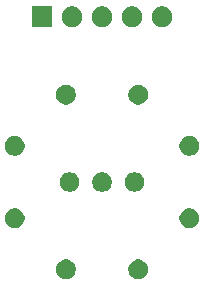
<source format=gbr>
%TF.GenerationSoftware,KiCad,Pcbnew,9.0.3-9.0.3-0~ubuntu22.04.1*%
%TF.CreationDate,2025-07-21T05:59:17-07:00*%
%TF.ProjectId,rotary-switch-shift,726f7461-7279-42d7-9377-697463682d73,rev?*%
%TF.SameCoordinates,Original*%
%TF.FileFunction,Soldermask,Bot*%
%TF.FilePolarity,Negative*%
%FSLAX46Y46*%
G04 Gerber Fmt 4.6, Leading zero omitted, Abs format (unit mm)*
G04 Created by KiCad (PCBNEW 9.0.3-9.0.3-0~ubuntu22.04.1) date 2025-07-21 05:59:17*
%MOMM*%
%LPD*%
G01*
G04 APERTURE LIST*
G04 APERTURE END LIST*
G36*
X137181792Y-81589120D02*
G01*
X137333563Y-81651986D01*
X137470155Y-81743253D01*
X137586316Y-81859414D01*
X137677583Y-81996006D01*
X137740449Y-82147777D01*
X137772498Y-82308898D01*
X137772498Y-82473174D01*
X137740449Y-82634295D01*
X137677583Y-82786066D01*
X137586316Y-82922658D01*
X137470155Y-83038819D01*
X137333563Y-83130086D01*
X137181792Y-83192952D01*
X137020671Y-83225001D01*
X136856395Y-83225001D01*
X136695274Y-83192952D01*
X136543503Y-83130086D01*
X136406911Y-83038819D01*
X136290750Y-82922658D01*
X136199483Y-82786066D01*
X136136617Y-82634295D01*
X136104568Y-82473174D01*
X136104568Y-82308898D01*
X136136617Y-82147777D01*
X136199483Y-81996006D01*
X136290750Y-81859414D01*
X136406911Y-81743253D01*
X136543503Y-81651986D01*
X136695274Y-81589120D01*
X136856395Y-81557071D01*
X137020671Y-81557071D01*
X137181792Y-81589120D01*
G37*
G36*
X143304726Y-81589120D02*
G01*
X143456497Y-81651986D01*
X143593089Y-81743253D01*
X143709250Y-81859414D01*
X143800517Y-81996006D01*
X143863383Y-82147777D01*
X143895432Y-82308898D01*
X143895432Y-82473174D01*
X143863383Y-82634295D01*
X143800517Y-82786066D01*
X143709250Y-82922658D01*
X143593089Y-83038819D01*
X143456497Y-83130086D01*
X143304726Y-83192952D01*
X143143605Y-83225001D01*
X142979329Y-83225001D01*
X142818208Y-83192952D01*
X142666437Y-83130086D01*
X142529845Y-83038819D01*
X142413684Y-82922658D01*
X142322417Y-82786066D01*
X142259551Y-82634295D01*
X142227502Y-82473174D01*
X142227502Y-82308898D01*
X142259551Y-82147777D01*
X142322417Y-81996006D01*
X142413684Y-81859414D01*
X142529845Y-81743253D01*
X142666437Y-81651986D01*
X142818208Y-81589120D01*
X142979329Y-81557071D01*
X143143605Y-81557071D01*
X143304726Y-81589120D01*
G37*
G36*
X132852223Y-77259551D02*
G01*
X133003994Y-77322417D01*
X133140586Y-77413684D01*
X133256747Y-77529845D01*
X133348014Y-77666437D01*
X133410880Y-77818208D01*
X133442929Y-77979329D01*
X133442929Y-78143605D01*
X133410880Y-78304726D01*
X133348014Y-78456497D01*
X133256747Y-78593089D01*
X133140586Y-78709250D01*
X133003994Y-78800517D01*
X132852223Y-78863383D01*
X132691102Y-78895432D01*
X132526826Y-78895432D01*
X132365705Y-78863383D01*
X132213934Y-78800517D01*
X132077342Y-78709250D01*
X131961181Y-78593089D01*
X131869914Y-78456497D01*
X131807048Y-78304726D01*
X131774999Y-78143605D01*
X131774999Y-77979329D01*
X131807048Y-77818208D01*
X131869914Y-77666437D01*
X131961181Y-77529845D01*
X132077342Y-77413684D01*
X132213934Y-77322417D01*
X132365705Y-77259551D01*
X132526826Y-77227502D01*
X132691102Y-77227502D01*
X132852223Y-77259551D01*
G37*
G36*
X147634295Y-77259551D02*
G01*
X147786066Y-77322417D01*
X147922658Y-77413684D01*
X148038819Y-77529845D01*
X148130086Y-77666437D01*
X148192952Y-77818208D01*
X148225001Y-77979329D01*
X148225001Y-78143605D01*
X148192952Y-78304726D01*
X148130086Y-78456497D01*
X148038819Y-78593089D01*
X147922658Y-78709250D01*
X147786066Y-78800517D01*
X147634295Y-78863383D01*
X147473174Y-78895432D01*
X147308898Y-78895432D01*
X147147777Y-78863383D01*
X146996006Y-78800517D01*
X146859414Y-78709250D01*
X146743253Y-78593089D01*
X146651986Y-78456497D01*
X146589120Y-78304726D01*
X146557071Y-78143605D01*
X146557071Y-77979329D01*
X146589120Y-77818208D01*
X146651986Y-77666437D01*
X146743253Y-77529845D01*
X146859414Y-77413684D01*
X146996006Y-77322417D01*
X147147777Y-77259551D01*
X147308898Y-77227502D01*
X147473174Y-77227502D01*
X147634295Y-77259551D01*
G37*
G36*
X137493259Y-74198084D02*
G01*
X137645030Y-74260950D01*
X137781622Y-74352217D01*
X137897783Y-74468378D01*
X137989050Y-74604970D01*
X138051916Y-74756741D01*
X138083965Y-74917862D01*
X138083965Y-75082138D01*
X138051916Y-75243259D01*
X137989050Y-75395030D01*
X137897783Y-75531622D01*
X137781622Y-75647783D01*
X137645030Y-75739050D01*
X137493259Y-75801916D01*
X137332138Y-75833965D01*
X137167862Y-75833965D01*
X137006741Y-75801916D01*
X136854970Y-75739050D01*
X136718378Y-75647783D01*
X136602217Y-75531622D01*
X136510950Y-75395030D01*
X136448084Y-75243259D01*
X136416035Y-75082138D01*
X136416035Y-74917862D01*
X136448084Y-74756741D01*
X136510950Y-74604970D01*
X136602217Y-74468378D01*
X136718378Y-74352217D01*
X136854970Y-74260950D01*
X137006741Y-74198084D01*
X137167862Y-74166035D01*
X137332138Y-74166035D01*
X137493259Y-74198084D01*
G37*
G36*
X140243259Y-74198084D02*
G01*
X140395030Y-74260950D01*
X140531622Y-74352217D01*
X140647783Y-74468378D01*
X140739050Y-74604970D01*
X140801916Y-74756741D01*
X140833965Y-74917862D01*
X140833965Y-75082138D01*
X140801916Y-75243259D01*
X140739050Y-75395030D01*
X140647783Y-75531622D01*
X140531622Y-75647783D01*
X140395030Y-75739050D01*
X140243259Y-75801916D01*
X140082138Y-75833965D01*
X139917862Y-75833965D01*
X139756741Y-75801916D01*
X139604970Y-75739050D01*
X139468378Y-75647783D01*
X139352217Y-75531622D01*
X139260950Y-75395030D01*
X139198084Y-75243259D01*
X139166035Y-75082138D01*
X139166035Y-74917862D01*
X139198084Y-74756741D01*
X139260950Y-74604970D01*
X139352217Y-74468378D01*
X139468378Y-74352217D01*
X139604970Y-74260950D01*
X139756741Y-74198084D01*
X139917862Y-74166035D01*
X140082138Y-74166035D01*
X140243259Y-74198084D01*
G37*
G36*
X142993259Y-74198084D02*
G01*
X143145030Y-74260950D01*
X143281622Y-74352217D01*
X143397783Y-74468378D01*
X143489050Y-74604970D01*
X143551916Y-74756741D01*
X143583965Y-74917862D01*
X143583965Y-75082138D01*
X143551916Y-75243259D01*
X143489050Y-75395030D01*
X143397783Y-75531622D01*
X143281622Y-75647783D01*
X143145030Y-75739050D01*
X142993259Y-75801916D01*
X142832138Y-75833965D01*
X142667862Y-75833965D01*
X142506741Y-75801916D01*
X142354970Y-75739050D01*
X142218378Y-75647783D01*
X142102217Y-75531622D01*
X142010950Y-75395030D01*
X141948084Y-75243259D01*
X141916035Y-75082138D01*
X141916035Y-74917862D01*
X141948084Y-74756741D01*
X142010950Y-74604970D01*
X142102217Y-74468378D01*
X142218378Y-74352217D01*
X142354970Y-74260950D01*
X142506741Y-74198084D01*
X142667862Y-74166035D01*
X142832138Y-74166035D01*
X142993259Y-74198084D01*
G37*
G36*
X132852223Y-71136617D02*
G01*
X133003994Y-71199483D01*
X133140586Y-71290750D01*
X133256747Y-71406911D01*
X133348014Y-71543503D01*
X133410880Y-71695274D01*
X133442929Y-71856395D01*
X133442929Y-72020671D01*
X133410880Y-72181792D01*
X133348014Y-72333563D01*
X133256747Y-72470155D01*
X133140586Y-72586316D01*
X133003994Y-72677583D01*
X132852223Y-72740449D01*
X132691102Y-72772498D01*
X132526826Y-72772498D01*
X132365705Y-72740449D01*
X132213934Y-72677583D01*
X132077342Y-72586316D01*
X131961181Y-72470155D01*
X131869914Y-72333563D01*
X131807048Y-72181792D01*
X131774999Y-72020671D01*
X131774999Y-71856395D01*
X131807048Y-71695274D01*
X131869914Y-71543503D01*
X131961181Y-71406911D01*
X132077342Y-71290750D01*
X132213934Y-71199483D01*
X132365705Y-71136617D01*
X132526826Y-71104568D01*
X132691102Y-71104568D01*
X132852223Y-71136617D01*
G37*
G36*
X147634295Y-71136617D02*
G01*
X147786066Y-71199483D01*
X147922658Y-71290750D01*
X148038819Y-71406911D01*
X148130086Y-71543503D01*
X148192952Y-71695274D01*
X148225001Y-71856395D01*
X148225001Y-72020671D01*
X148192952Y-72181792D01*
X148130086Y-72333563D01*
X148038819Y-72470155D01*
X147922658Y-72586316D01*
X147786066Y-72677583D01*
X147634295Y-72740449D01*
X147473174Y-72772498D01*
X147308898Y-72772498D01*
X147147777Y-72740449D01*
X146996006Y-72677583D01*
X146859414Y-72586316D01*
X146743253Y-72470155D01*
X146651986Y-72333563D01*
X146589120Y-72181792D01*
X146557071Y-72020671D01*
X146557071Y-71856395D01*
X146589120Y-71695274D01*
X146651986Y-71543503D01*
X146743253Y-71406911D01*
X146859414Y-71290750D01*
X146996006Y-71199483D01*
X147147777Y-71136617D01*
X147308898Y-71104568D01*
X147473174Y-71104568D01*
X147634295Y-71136617D01*
G37*
G36*
X137181792Y-66807048D02*
G01*
X137333563Y-66869914D01*
X137470155Y-66961181D01*
X137586316Y-67077342D01*
X137677583Y-67213934D01*
X137740449Y-67365705D01*
X137772498Y-67526826D01*
X137772498Y-67691102D01*
X137740449Y-67852223D01*
X137677583Y-68003994D01*
X137586316Y-68140586D01*
X137470155Y-68256747D01*
X137333563Y-68348014D01*
X137181792Y-68410880D01*
X137020671Y-68442929D01*
X136856395Y-68442929D01*
X136695274Y-68410880D01*
X136543503Y-68348014D01*
X136406911Y-68256747D01*
X136290750Y-68140586D01*
X136199483Y-68003994D01*
X136136617Y-67852223D01*
X136104568Y-67691102D01*
X136104568Y-67526826D01*
X136136617Y-67365705D01*
X136199483Y-67213934D01*
X136290750Y-67077342D01*
X136406911Y-66961181D01*
X136543503Y-66869914D01*
X136695274Y-66807048D01*
X136856395Y-66774999D01*
X137020671Y-66774999D01*
X137181792Y-66807048D01*
G37*
G36*
X143304726Y-66807048D02*
G01*
X143456497Y-66869914D01*
X143593089Y-66961181D01*
X143709250Y-67077342D01*
X143800517Y-67213934D01*
X143863383Y-67365705D01*
X143895432Y-67526826D01*
X143895432Y-67691102D01*
X143863383Y-67852223D01*
X143800517Y-68003994D01*
X143709250Y-68140586D01*
X143593089Y-68256747D01*
X143456497Y-68348014D01*
X143304726Y-68410880D01*
X143143605Y-68442929D01*
X142979329Y-68442929D01*
X142818208Y-68410880D01*
X142666437Y-68348014D01*
X142529845Y-68256747D01*
X142413684Y-68140586D01*
X142322417Y-68003994D01*
X142259551Y-67852223D01*
X142227502Y-67691102D01*
X142227502Y-67526826D01*
X142259551Y-67365705D01*
X142322417Y-67213934D01*
X142413684Y-67077342D01*
X142529845Y-66961181D01*
X142666437Y-66869914D01*
X142818208Y-66807048D01*
X142979329Y-66774999D01*
X143143605Y-66774999D01*
X143304726Y-66807048D01*
G37*
G36*
X135784542Y-60114893D02*
G01*
X135796870Y-60123130D01*
X135805107Y-60135458D01*
X135808000Y-60150000D01*
X135808000Y-61850000D01*
X135805107Y-61864542D01*
X135796870Y-61876870D01*
X135784542Y-61885107D01*
X135770000Y-61888000D01*
X134070000Y-61888000D01*
X134055458Y-61885107D01*
X134043130Y-61876870D01*
X134034893Y-61864542D01*
X134032000Y-61850000D01*
X134032000Y-60150000D01*
X134034893Y-60135458D01*
X134043130Y-60123130D01*
X134055458Y-60114893D01*
X134070000Y-60112000D01*
X135770000Y-60112000D01*
X135784542Y-60114893D01*
G37*
G36*
X137717773Y-60150237D02*
G01*
X137878600Y-60216854D01*
X138023341Y-60313567D01*
X138146433Y-60436659D01*
X138243146Y-60581400D01*
X138309763Y-60742227D01*
X138343724Y-60912961D01*
X138343724Y-61087039D01*
X138309763Y-61257773D01*
X138243146Y-61418600D01*
X138146433Y-61563341D01*
X138023341Y-61686433D01*
X137878600Y-61783146D01*
X137717773Y-61849763D01*
X137547039Y-61883724D01*
X137372961Y-61883724D01*
X137202227Y-61849763D01*
X137041400Y-61783146D01*
X136896659Y-61686433D01*
X136773567Y-61563341D01*
X136676854Y-61418600D01*
X136610237Y-61257773D01*
X136576276Y-61087039D01*
X136576276Y-60912961D01*
X136610237Y-60742227D01*
X136676854Y-60581400D01*
X136773567Y-60436659D01*
X136896659Y-60313567D01*
X137041400Y-60216854D01*
X137202227Y-60150237D01*
X137372961Y-60116276D01*
X137547039Y-60116276D01*
X137717773Y-60150237D01*
G37*
G36*
X140257773Y-60150237D02*
G01*
X140418600Y-60216854D01*
X140563341Y-60313567D01*
X140686433Y-60436659D01*
X140783146Y-60581400D01*
X140849763Y-60742227D01*
X140883724Y-60912961D01*
X140883724Y-61087039D01*
X140849763Y-61257773D01*
X140783146Y-61418600D01*
X140686433Y-61563341D01*
X140563341Y-61686433D01*
X140418600Y-61783146D01*
X140257773Y-61849763D01*
X140087039Y-61883724D01*
X139912961Y-61883724D01*
X139742227Y-61849763D01*
X139581400Y-61783146D01*
X139436659Y-61686433D01*
X139313567Y-61563341D01*
X139216854Y-61418600D01*
X139150237Y-61257773D01*
X139116276Y-61087039D01*
X139116276Y-60912961D01*
X139150237Y-60742227D01*
X139216854Y-60581400D01*
X139313567Y-60436659D01*
X139436659Y-60313567D01*
X139581400Y-60216854D01*
X139742227Y-60150237D01*
X139912961Y-60116276D01*
X140087039Y-60116276D01*
X140257773Y-60150237D01*
G37*
G36*
X142797773Y-60150237D02*
G01*
X142958600Y-60216854D01*
X143103341Y-60313567D01*
X143226433Y-60436659D01*
X143323146Y-60581400D01*
X143389763Y-60742227D01*
X143423724Y-60912961D01*
X143423724Y-61087039D01*
X143389763Y-61257773D01*
X143323146Y-61418600D01*
X143226433Y-61563341D01*
X143103341Y-61686433D01*
X142958600Y-61783146D01*
X142797773Y-61849763D01*
X142627039Y-61883724D01*
X142452961Y-61883724D01*
X142282227Y-61849763D01*
X142121400Y-61783146D01*
X141976659Y-61686433D01*
X141853567Y-61563341D01*
X141756854Y-61418600D01*
X141690237Y-61257773D01*
X141656276Y-61087039D01*
X141656276Y-60912961D01*
X141690237Y-60742227D01*
X141756854Y-60581400D01*
X141853567Y-60436659D01*
X141976659Y-60313567D01*
X142121400Y-60216854D01*
X142282227Y-60150237D01*
X142452961Y-60116276D01*
X142627039Y-60116276D01*
X142797773Y-60150237D01*
G37*
G36*
X145337773Y-60150237D02*
G01*
X145498600Y-60216854D01*
X145643341Y-60313567D01*
X145766433Y-60436659D01*
X145863146Y-60581400D01*
X145929763Y-60742227D01*
X145963724Y-60912961D01*
X145963724Y-61087039D01*
X145929763Y-61257773D01*
X145863146Y-61418600D01*
X145766433Y-61563341D01*
X145643341Y-61686433D01*
X145498600Y-61783146D01*
X145337773Y-61849763D01*
X145167039Y-61883724D01*
X144992961Y-61883724D01*
X144822227Y-61849763D01*
X144661400Y-61783146D01*
X144516659Y-61686433D01*
X144393567Y-61563341D01*
X144296854Y-61418600D01*
X144230237Y-61257773D01*
X144196276Y-61087039D01*
X144196276Y-60912961D01*
X144230237Y-60742227D01*
X144296854Y-60581400D01*
X144393567Y-60436659D01*
X144516659Y-60313567D01*
X144661400Y-60216854D01*
X144822227Y-60150237D01*
X144992961Y-60116276D01*
X145167039Y-60116276D01*
X145337773Y-60150237D01*
G37*
M02*

</source>
